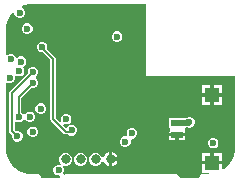
<source format=gbl>
%TF.GenerationSoftware,Altium Limited,Altium Designer,24.5.2 (23)*%
G04 Layer_Physical_Order=4*
G04 Layer_Color=16711680*
%FSLAX45Y45*%
%MOMM*%
%TF.SameCoordinates,384E1868-2758-46BA-9D19-E3ED856206BE*%
%TF.FilePolarity,Positive*%
%TF.FileFunction,Copper,L4,Bot,Signal*%
%TF.Part,Single*%
G01*
G75*
%TA.AperFunction,Conductor*%
%ADD24C,0.15000*%
%ADD25C,0.50000*%
%TA.AperFunction,ComponentPad*%
%ADD26C,0.80000*%
%TA.AperFunction,ViaPad*%
%ADD27C,0.60000*%
%ADD28C,0.50000*%
%TA.AperFunction,SMDPad,CuDef*%
%ADD29R,1.00000X0.55000*%
%ADD30R,1.30000X1.26000*%
G36*
X750000Y1469412D02*
X1714500D01*
Y863600D01*
X2469413D01*
X2469414Y250000D01*
X2469413Y228390D01*
X2460981Y186000D01*
X2444441Y146068D01*
X2420429Y110132D01*
X2389867Y79570D01*
X2374515Y69312D01*
X2363315Y75299D01*
Y111477D01*
X2278315D01*
X2193315D01*
Y43477D01*
X2254370D01*
X2259999Y30777D01*
X2259827Y30587D01*
X2200404Y30587D01*
X2188698Y28259D01*
X2178775Y21629D01*
X2172144Y11705D01*
X2169816Y0D01*
X2013573D01*
X1999556Y14016D01*
X1989633Y20647D01*
X1971254Y28260D01*
X1959549Y30588D01*
X1040452D01*
X1028746Y28260D01*
X1021088Y25088D01*
X1013894Y35854D01*
X1016049Y38010D01*
X1022900Y54549D01*
Y72451D01*
X1016049Y88990D01*
X1012455Y92585D01*
X1019649Y103351D01*
X1025794Y100806D01*
X1047674D01*
X1067889Y109179D01*
X1083361Y124651D01*
X1091734Y144866D01*
Y166746D01*
X1083361Y186961D01*
X1067889Y202432D01*
X1047674Y210806D01*
X1025794D01*
X1005579Y202432D01*
X990108Y186961D01*
X981734Y166746D01*
Y144866D01*
X990108Y124651D01*
X996515Y118243D01*
X989321Y107477D01*
X986851Y108500D01*
X968949D01*
X952410Y101649D01*
X939751Y88990D01*
X932900Y72451D01*
Y54549D01*
X939751Y38010D01*
X952410Y25351D01*
X968949Y18500D01*
X983747D01*
X989450Y9164D01*
X990118Y6767D01*
X984821Y0D01*
X830988D01*
X828660Y11704D01*
X822029Y21628D01*
X812106Y28258D01*
X800400Y30586D01*
X750000D01*
X728389Y30587D01*
X686000Y39018D01*
X646068Y55559D01*
X610132Y79571D01*
X579570Y110132D01*
X555558Y146069D01*
X539018Y186000D01*
X530587Y228389D01*
Y250000D01*
X530586Y798841D01*
X543287Y804723D01*
X556431Y799278D01*
X574333D01*
X590873Y806129D01*
X603531Y818787D01*
X610382Y835327D01*
Y853229D01*
X610052Y854026D01*
X612036Y856561D01*
X620295Y862483D01*
X634096Y856767D01*
X651998D01*
X668537Y863618D01*
X681196Y876276D01*
X688047Y892816D01*
Y910718D01*
X681196Y927257D01*
X678954Y929499D01*
X681431Y941955D01*
X686329Y943984D01*
X698987Y956642D01*
X705838Y973182D01*
Y991084D01*
X698987Y1007623D01*
X686329Y1020282D01*
X669789Y1027133D01*
X651887D01*
X635348Y1020282D01*
X628648Y1013582D01*
X627329Y1013438D01*
X614408Y1017302D01*
X609649Y1028790D01*
X596990Y1041449D01*
X580451Y1048300D01*
X562549D01*
X546010Y1041449D01*
X543287Y1038726D01*
X530586Y1043986D01*
Y1250000D01*
X530587Y1271610D01*
X539018Y1314000D01*
X555559Y1353932D01*
X579571Y1389868D01*
X590000Y1400297D01*
X602700Y1395037D01*
Y1388049D01*
X609551Y1371510D01*
X622210Y1358851D01*
X638749Y1352000D01*
X656651D01*
X673190Y1358851D01*
X685849Y1371510D01*
X692700Y1388049D01*
Y1405951D01*
X685849Y1422490D01*
X673190Y1435149D01*
X665006Y1438539D01*
Y1452286D01*
X686000Y1460981D01*
X728390Y1469413D01*
X749994D01*
X750000Y1469412D01*
D02*
G37*
%LPC*%
G36*
X721431Y1306344D02*
X703529D01*
X686989Y1299493D01*
X674331Y1286835D01*
X667480Y1270295D01*
Y1252393D01*
X674331Y1235854D01*
X686989Y1223195D01*
X703529Y1216345D01*
X721431D01*
X737970Y1223195D01*
X750629Y1235854D01*
X757480Y1252393D01*
Y1270295D01*
X750629Y1286835D01*
X737970Y1299493D01*
X721431Y1306344D01*
D02*
G37*
G36*
X1482151Y1238800D02*
X1464249D01*
X1447710Y1231949D01*
X1435051Y1219290D01*
X1428200Y1202751D01*
Y1184849D01*
X1435051Y1168310D01*
X1447710Y1155651D01*
X1464249Y1148800D01*
X1482151D01*
X1498690Y1155651D01*
X1511349Y1168310D01*
X1518200Y1184849D01*
Y1202751D01*
X1511349Y1219290D01*
X1498690Y1231949D01*
X1482151Y1238800D01*
D02*
G37*
G36*
X770117Y937790D02*
X752215D01*
X735676Y930939D01*
X723017Y918281D01*
X716166Y901741D01*
Y883839D01*
X717222Y881289D01*
X566286Y730353D01*
X561313Y722911D01*
X559567Y714132D01*
Y395867D01*
X561313Y387088D01*
X566286Y379646D01*
X585054Y360877D01*
X583998Y358327D01*
Y340426D01*
X590849Y323886D01*
X603508Y311227D01*
X620047Y304377D01*
X637949D01*
X654489Y311227D01*
X667147Y323886D01*
X673998Y340426D01*
Y358327D01*
X667147Y374867D01*
X654489Y387526D01*
X637949Y394376D01*
X620047D01*
X617497Y393320D01*
X605448Y405370D01*
Y467494D01*
X618148Y472869D01*
X632160Y467065D01*
X650061D01*
X666601Y473916D01*
X679259Y486575D01*
X680287Y489056D01*
X694034D01*
X694225Y488594D01*
X706884Y475935D01*
X723423Y469084D01*
X741325D01*
X757865Y475935D01*
X770523Y488594D01*
X777374Y505133D01*
Y523035D01*
X770523Y539575D01*
X757865Y552233D01*
X741325Y559084D01*
X723423D01*
X706884Y552233D01*
X694225Y539575D01*
X693197Y537093D01*
X679451D01*
X679259Y537555D01*
X666601Y550214D01*
X664051Y551270D01*
Y676943D01*
X746882Y759774D01*
X749432Y758718D01*
X767333D01*
X783873Y765568D01*
X796532Y778227D01*
X803382Y794767D01*
Y812668D01*
X796532Y829208D01*
X785375Y840364D01*
X785253Y848691D01*
X786438Y854550D01*
X786657Y854641D01*
X799315Y867300D01*
X806166Y883839D01*
Y901741D01*
X799315Y918281D01*
X786657Y930939D01*
X770117Y937790D01*
D02*
G37*
G36*
X2363315Y784477D02*
X2293315D01*
Y716477D01*
X2363315D01*
Y784477D01*
D02*
G37*
G36*
X2263315D02*
X2193315D01*
Y716477D01*
X2263315D01*
Y784477D01*
D02*
G37*
G36*
X2363315Y686477D02*
X2293315D01*
Y618477D01*
X2363315D01*
Y686477D01*
D02*
G37*
G36*
X2263315D02*
X2193315D01*
Y618477D01*
X2263315D01*
Y686477D01*
D02*
G37*
G36*
X834451Y629200D02*
X816549D01*
X800010Y622349D01*
X787351Y609690D01*
X780500Y593151D01*
Y575249D01*
X787351Y558710D01*
X800010Y546051D01*
X816549Y539200D01*
X834451D01*
X850990Y546051D01*
X863649Y558710D01*
X870500Y575249D01*
Y593151D01*
X863649Y609690D01*
X850990Y622349D01*
X834451Y629200D01*
D02*
G37*
G36*
X2093791Y512893D02*
X2075889D01*
X2061091Y506763D01*
X2014094D01*
X2014092Y506764D01*
X2012652Y506477D01*
X1914315D01*
Y424177D01*
X1914314Y422106D01*
X1909314Y411477D01*
X1909315Y410848D01*
Y378977D01*
X1979315D01*
X2049314D01*
Y410848D01*
X2049315Y411477D01*
X2048835Y412496D01*
X2056896Y425196D01*
X2070329D01*
X2075889Y422893D01*
X2093791D01*
X2110331Y429744D01*
X2122989Y442402D01*
X2129840Y458942D01*
Y476844D01*
X2122989Y493383D01*
X2110331Y506042D01*
X2093791Y512893D01*
D02*
G37*
G36*
X847151Y1149900D02*
X829249D01*
X812710Y1143049D01*
X800051Y1130390D01*
X793200Y1113851D01*
Y1095949D01*
X800051Y1079410D01*
X812710Y1066751D01*
X829249Y1059900D01*
X846472D01*
X908756Y997616D01*
Y498353D01*
X910502Y489574D01*
X915475Y482131D01*
X1024838Y372768D01*
X1032281Y367795D01*
X1041060Y366049D01*
X1057655D01*
X1061934Y361770D01*
X1078474Y354919D01*
X1096376D01*
X1112915Y361770D01*
X1125574Y374429D01*
X1132424Y390968D01*
Y408870D01*
X1125574Y425409D01*
X1112915Y438068D01*
X1096376Y444919D01*
X1078474D01*
X1061934Y438068D01*
X1049276Y425410D01*
X1039106Y423387D01*
X1019629Y442863D01*
X1026823Y453629D01*
X1032116Y451437D01*
X1050018D01*
X1066557Y458288D01*
X1079216Y470946D01*
X1086067Y487486D01*
Y505388D01*
X1079216Y521927D01*
X1066557Y534586D01*
X1050018Y541437D01*
X1032116D01*
X1015577Y534586D01*
X1002918Y521927D01*
X996067Y505388D01*
Y487486D01*
X998259Y482193D01*
X987493Y474999D01*
X954637Y507855D01*
Y1007119D01*
X952891Y1015898D01*
X947918Y1023340D01*
X880889Y1090369D01*
X883200Y1095949D01*
Y1113851D01*
X876349Y1130390D01*
X863690Y1143049D01*
X847151Y1149900D01*
D02*
G37*
G36*
X767630Y432620D02*
X749728D01*
X733189Y425769D01*
X720530Y413111D01*
X713679Y396571D01*
Y378669D01*
X720530Y362130D01*
X733189Y349471D01*
X749728Y342620D01*
X767630D01*
X784169Y349471D01*
X796828Y362130D01*
X803679Y378669D01*
Y396571D01*
X796828Y413111D01*
X784169Y425769D01*
X767630Y432620D01*
D02*
G37*
G36*
X2049314Y348977D02*
X1994315D01*
Y316477D01*
X2049314D01*
Y348977D01*
D02*
G37*
G36*
X1964315D02*
X1909315D01*
Y316477D01*
X1964315D01*
Y348977D01*
D02*
G37*
G36*
X1607816Y419580D02*
X1589914D01*
X1573375Y412729D01*
X1560716Y400070D01*
X1553865Y383531D01*
Y365629D01*
X1555506Y361668D01*
X1555403Y361228D01*
X1546619Y349935D01*
X1534867D01*
X1518328Y343084D01*
X1505669Y330426D01*
X1498818Y313886D01*
Y295984D01*
X1505669Y279445D01*
X1518328Y266786D01*
X1534867Y259935D01*
X1552769D01*
X1569309Y266786D01*
X1581967Y279445D01*
X1588818Y295984D01*
Y313886D01*
X1587178Y317847D01*
X1587281Y318287D01*
X1596064Y329580D01*
X1607816D01*
X1624355Y336431D01*
X1637014Y349089D01*
X1643865Y365629D01*
Y383531D01*
X1637014Y400070D01*
X1624355Y412729D01*
X1607816Y419580D01*
D02*
G37*
G36*
X2295708Y337265D02*
X2277806D01*
X2261266Y330414D01*
X2248608Y317755D01*
X2241757Y301216D01*
Y283314D01*
X2248608Y266774D01*
X2261266Y254116D01*
X2277806Y247265D01*
X2295708D01*
X2312247Y254116D01*
X2324906Y266774D01*
X2331757Y283314D01*
Y301216D01*
X2324906Y317755D01*
X2312247Y330414D01*
X2295708Y337265D01*
D02*
G37*
G36*
X1432734Y214536D02*
Y170806D01*
X1476464D01*
X1468600Y189793D01*
X1451722Y206671D01*
X1432734Y214536D01*
D02*
G37*
G36*
X1402734D02*
X1383747Y206671D01*
X1366869Y189793D01*
X1357734Y167741D01*
X1345734Y166746D01*
X1337361Y186961D01*
X1321889Y202432D01*
X1301674Y210806D01*
X1279794D01*
X1259579Y202432D01*
X1244108Y186961D01*
X1235734Y166746D01*
Y144866D01*
X1244108Y124651D01*
X1259579Y109179D01*
X1279794Y100806D01*
X1301674D01*
X1321889Y109179D01*
X1337361Y124651D01*
X1345734Y144865D01*
X1357734Y143871D01*
X1366869Y121818D01*
X1383747Y104940D01*
X1402734Y97075D01*
Y155806D01*
Y214536D01*
D02*
G37*
G36*
X2363315Y209477D02*
X2293315D01*
Y141477D01*
X2363315D01*
Y209477D01*
D02*
G37*
G36*
X2263315D02*
X2193315D01*
Y141477D01*
X2263315D01*
Y209477D01*
D02*
G37*
G36*
X1174674Y210806D02*
X1152794D01*
X1132579Y202432D01*
X1117108Y186961D01*
X1108734Y166746D01*
Y144866D01*
X1117108Y124651D01*
X1132579Y109179D01*
X1152794Y100806D01*
X1174674D01*
X1194889Y109179D01*
X1210361Y124651D01*
X1218734Y144866D01*
Y166746D01*
X1210361Y186961D01*
X1194889Y202432D01*
X1174674Y210806D01*
D02*
G37*
G36*
X1476464Y140806D02*
X1432734D01*
Y97075D01*
X1451722Y104940D01*
X1468600Y121818D01*
X1476464Y140806D01*
D02*
G37*
%LPD*%
D24*
X641110Y686445D02*
X758383Y803717D01*
X641110Y512065D02*
Y686445D01*
X582508Y395867D02*
Y714132D01*
Y395867D02*
X628998Y349376D01*
X582508Y714132D02*
X761166Y892790D01*
X1066637Y391309D02*
X1091750D01*
X1094069Y388989D01*
X1041060D02*
X1064318D01*
X931696Y498353D02*
X1041060Y388989D01*
X1064318D02*
X1066637Y391309D01*
X931696Y498353D02*
Y1007119D01*
X846304Y1092511D02*
X931696Y1007119D01*
D25*
X2014092Y465980D02*
X2082927D01*
X2012090Y463977D02*
X2014092Y465980D01*
X2082927D02*
X2084840Y467893D01*
D26*
X1417734Y155806D02*
D03*
X1290734D02*
D03*
X1163734D02*
D03*
X1036734D02*
D03*
D27*
X647700Y1397000D02*
D03*
X694800Y1118287D02*
D03*
X732374Y514084D02*
D03*
X758679Y387620D02*
D03*
X641110Y512065D02*
D03*
X628998Y349376D02*
D03*
X643047Y901767D02*
D03*
X660838Y982133D02*
D03*
X565382Y844278D02*
D03*
X977900Y63500D02*
D03*
X2286757Y292265D02*
D03*
X2084840Y467893D02*
D03*
X571500Y1003300D02*
D03*
X1598865Y374580D02*
D03*
X1904851Y244445D02*
D03*
X1492261Y76171D02*
D03*
X1257300Y495300D02*
D03*
X974884Y297422D02*
D03*
X867948Y303561D02*
D03*
X1612900Y787400D02*
D03*
X1735000Y830735D02*
D03*
X1895515Y406080D02*
D03*
X1473200Y622300D02*
D03*
X2026512Y566623D02*
D03*
X761166Y892790D02*
D03*
X1543818Y304935D02*
D03*
X1087425Y399919D02*
D03*
X758383Y803717D02*
D03*
X915433Y1423025D02*
D03*
X813833D02*
D03*
X1067833Y1435725D02*
D03*
X1169433D02*
D03*
X1417281Y1403761D02*
D03*
X1835000Y830779D02*
D03*
X1678221Y935056D02*
D03*
X1678177Y1035056D02*
D03*
X1678133Y1135056D02*
D03*
X1676401Y1224291D02*
D03*
X1678000Y1435056D02*
D03*
X1935000Y830823D02*
D03*
X2035000Y830868D02*
D03*
X2135000Y830912D02*
D03*
X2235000Y830956D02*
D03*
X2335000Y831000D02*
D03*
X2435000Y831044D02*
D03*
X825500Y584200D02*
D03*
X712480Y1261344D02*
D03*
X1041067Y496437D02*
D03*
X1473200Y1193800D02*
D03*
X838200Y1104900D02*
D03*
D28*
X1199196Y975787D02*
D03*
Y865787D02*
D03*
Y755787D02*
D03*
X1089196Y975787D02*
D03*
Y865787D02*
D03*
Y755787D02*
D03*
X979196Y975787D02*
D03*
Y865787D02*
D03*
Y755787D02*
D03*
D29*
X1979315Y463977D02*
D03*
Y363977D02*
D03*
D30*
X2278315Y701477D02*
D03*
Y126477D02*
D03*
%TF.MD5,f6f40ea7074aaa5819aeada68ed55850*%
M02*

</source>
